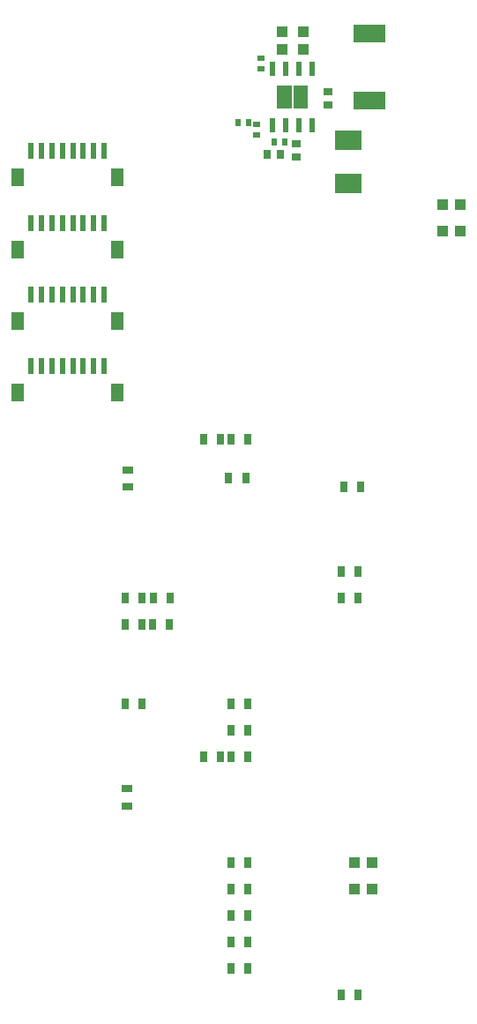
<source format=gbr>
G04 EAGLE Gerber RS-274X export*
G75*
%MOMM*%
%FSLAX34Y34*%
%LPD*%
%INSolderpaste Top*%
%IPPOS*%
%AMOC8*
5,1,8,0,0,1.08239X$1,22.5*%
G01*
G04 Define Apertures*
%ADD10R,1.100000X1.000000*%
%ADD11R,0.798700X0.973900*%
%ADD12R,0.973900X0.798700*%
%ADD13R,0.600000X1.550000*%
%ADD14R,1.200000X1.800000*%
%ADD15R,0.533400X1.460500*%
%ADD16R,1.000000X1.100000*%
%ADD17R,0.644000X0.535100*%
%ADD18R,3.129200X1.799400*%
%ADD19R,0.700000X0.900000*%
%ADD20R,0.900000X0.700000*%
%ADD21R,0.535100X0.644000*%
%ADD22R,2.499359X1.899919*%
G36*
X100727Y939496D02*
X86973Y939496D01*
X86973Y961750D01*
X100727Y961750D01*
X100727Y939496D01*
G37*
G36*
X116227Y939496D02*
X102473Y939496D01*
X102473Y961750D01*
X116227Y961750D01*
X116227Y939496D01*
G37*
D10*
X161410Y190500D03*
X178410Y190500D03*
D11*
X58952Y215900D03*
X42648Y215900D03*
X58952Y190500D03*
X42648Y190500D03*
X58952Y139700D03*
X42648Y139700D03*
D12*
X-57150Y269978D03*
X-57150Y286282D03*
X-56432Y592352D03*
X-56432Y576048D03*
D13*
X-79300Y898900D03*
X-89300Y898900D03*
X-99300Y898900D03*
X-109300Y898900D03*
X-119300Y898900D03*
X-129300Y898900D03*
X-139300Y898900D03*
X-149300Y898900D03*
D14*
X-162300Y873650D03*
X-66300Y873650D03*
D13*
X-79300Y829230D03*
X-89300Y829230D03*
X-99300Y829230D03*
X-109300Y829230D03*
X-119300Y829230D03*
X-129300Y829230D03*
X-139300Y829230D03*
X-149300Y829230D03*
D14*
X-162300Y803980D03*
X-66300Y803980D03*
D13*
X-79300Y760470D03*
X-89300Y760470D03*
X-99300Y760470D03*
X-109300Y760470D03*
X-119300Y760470D03*
X-129300Y760470D03*
X-139300Y760470D03*
X-149300Y760470D03*
D14*
X-162300Y735220D03*
X-66300Y735220D03*
D13*
X-79300Y691890D03*
X-89300Y691890D03*
X-99300Y691890D03*
X-109300Y691890D03*
X-119300Y691890D03*
X-129300Y691890D03*
X-139300Y691890D03*
X-149300Y691890D03*
D14*
X-162300Y666640D03*
X-66300Y666640D03*
D10*
X161410Y215900D03*
X178410Y215900D03*
D11*
X42648Y368300D03*
X58952Y368300D03*
X42648Y342900D03*
X58952Y342900D03*
X-42648Y368300D03*
X-58952Y368300D03*
X-42648Y469900D03*
X-58952Y469900D03*
X42648Y317500D03*
X58952Y317500D03*
X-42648Y444500D03*
X-58952Y444500D03*
X42648Y622300D03*
X58952Y622300D03*
X58952Y165100D03*
X42648Y165100D03*
X148058Y88900D03*
X164362Y88900D03*
X164362Y469900D03*
X148058Y469900D03*
X164362Y495300D03*
X148058Y495300D03*
X166902Y576580D03*
X150598Y576580D03*
X-15978Y469900D03*
X-32282Y469900D03*
X-16833Y444500D03*
X-33137Y444500D03*
X15978Y317500D03*
X32282Y317500D03*
X40387Y584479D03*
X56691Y584479D03*
X15978Y622300D03*
X32282Y622300D03*
D15*
X120650Y977864D03*
X107950Y977864D03*
X95250Y977864D03*
X82550Y977864D03*
X82550Y923382D03*
X95250Y923382D03*
X107950Y923382D03*
X120650Y923382D03*
D16*
X91745Y996070D03*
X91745Y1013070D03*
X112175Y995890D03*
X112175Y1012890D03*
D17*
X71120Y988055D03*
X71120Y977905D03*
D18*
X175558Y946755D03*
X175558Y1011585D03*
D19*
X77320Y895021D03*
X90320Y895021D03*
D20*
X105410Y905660D03*
X105410Y892660D03*
D21*
X84321Y907525D03*
X94471Y907525D03*
D17*
X67310Y914405D03*
X67310Y924555D03*
D21*
X59685Y925625D03*
X49535Y925625D03*
D22*
X154843Y908842D03*
X154843Y867846D03*
D20*
X135890Y955780D03*
X135890Y942780D03*
D10*
X262500Y821690D03*
X245500Y821690D03*
X262500Y847090D03*
X245500Y847090D03*
D11*
X58952Y114300D03*
X42648Y114300D03*
M02*

</source>
